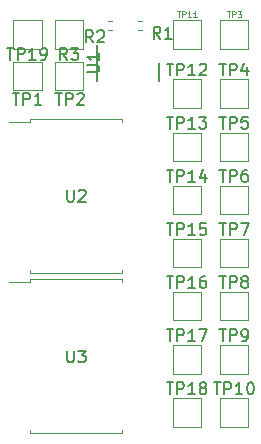
<source format=gbr>
G04 #@! TF.GenerationSoftware,KiCad,Pcbnew,(6.0.0-rc1-dev-1546-g786ee0e)*
G04 #@! TF.CreationDate,2021-05-18T14:48:32-07:00
G04 #@! TF.ProjectId,MuxBoard,4d757842-6f61-4726-942e-6b696361645f,rev?*
G04 #@! TF.SameCoordinates,Original*
G04 #@! TF.FileFunction,Legend,Top*
G04 #@! TF.FilePolarity,Positive*
%FSLAX46Y46*%
G04 Gerber Fmt 4.6, Leading zero omitted, Abs format (unit mm)*
G04 Created by KiCad (PCBNEW (6.0.0-rc1-dev-1546-g786ee0e)) date Tue 18 May 2021 02:48:32 PM PDT*
%MOMM*%
%LPD*%
G04 APERTURE LIST*
%ADD10C,0.120000*%
%ADD11C,0.150000*%
%ADD12C,0.100000*%
G04 APERTURE END LIST*
D10*
X130300000Y-52700000D02*
X130300000Y-50300000D01*
X132700000Y-52700000D02*
X130300000Y-52700000D01*
X132700000Y-50300000D02*
X132700000Y-52700000D01*
X130300000Y-50300000D02*
X132700000Y-50300000D01*
X143800000Y-84700000D02*
X143800000Y-82300000D01*
X146200000Y-84700000D02*
X143800000Y-84700000D01*
X146200000Y-82300000D02*
X146200000Y-84700000D01*
X143800000Y-82300000D02*
X146200000Y-82300000D01*
X143800000Y-80200000D02*
X143800000Y-77800000D01*
X146200000Y-80200000D02*
X143800000Y-80200000D01*
X146200000Y-77800000D02*
X146200000Y-80200000D01*
X143800000Y-77800000D02*
X146200000Y-77800000D01*
X143800000Y-75700000D02*
X143800000Y-73300000D01*
X146200000Y-75700000D02*
X143800000Y-75700000D01*
X146200000Y-73300000D02*
X146200000Y-75700000D01*
X143800000Y-73300000D02*
X146200000Y-73300000D01*
X143800000Y-71200000D02*
X143800000Y-68800000D01*
X146200000Y-71200000D02*
X143800000Y-71200000D01*
X146200000Y-68800000D02*
X146200000Y-71200000D01*
X143800000Y-68800000D02*
X146200000Y-68800000D01*
X143800000Y-66700000D02*
X143800000Y-64300000D01*
X146200000Y-66700000D02*
X143800000Y-66700000D01*
X146200000Y-64300000D02*
X146200000Y-66700000D01*
X143800000Y-64300000D02*
X146200000Y-64300000D01*
X143800000Y-62200000D02*
X143800000Y-59800000D01*
X146200000Y-62200000D02*
X143800000Y-62200000D01*
X146200000Y-59800000D02*
X146200000Y-62200000D01*
X143800000Y-59800000D02*
X146200000Y-59800000D01*
X143800000Y-57700000D02*
X143800000Y-55300000D01*
X146200000Y-57700000D02*
X143800000Y-57700000D01*
X146200000Y-55300000D02*
X146200000Y-57700000D01*
X143800000Y-55300000D02*
X146200000Y-55300000D01*
X143800000Y-52700000D02*
X143800000Y-50300000D01*
X146200000Y-52700000D02*
X143800000Y-52700000D01*
X146200000Y-50300000D02*
X146200000Y-52700000D01*
X143800000Y-50300000D02*
X146200000Y-50300000D01*
X147800000Y-84700000D02*
X147800000Y-82300000D01*
X150200000Y-84700000D02*
X147800000Y-84700000D01*
X150200000Y-82300000D02*
X150200000Y-84700000D01*
X147800000Y-82300000D02*
X150200000Y-82300000D01*
X147800000Y-80200000D02*
X147800000Y-77800000D01*
X150200000Y-80200000D02*
X147800000Y-80200000D01*
X150200000Y-77800000D02*
X150200000Y-80200000D01*
X147800000Y-77800000D02*
X150200000Y-77800000D01*
X147800000Y-75700000D02*
X147800000Y-73300000D01*
X150200000Y-75700000D02*
X147800000Y-75700000D01*
X150200000Y-73300000D02*
X150200000Y-75700000D01*
X147800000Y-73300000D02*
X150200000Y-73300000D01*
X147800000Y-71200000D02*
X147800000Y-68800000D01*
X150200000Y-71200000D02*
X147800000Y-71200000D01*
X150200000Y-68800000D02*
X150200000Y-71200000D01*
X147800000Y-68800000D02*
X150200000Y-68800000D01*
X147800000Y-66700000D02*
X147800000Y-64300000D01*
X150200000Y-66700000D02*
X147800000Y-66700000D01*
X150200000Y-64300000D02*
X150200000Y-66700000D01*
X147800000Y-64300000D02*
X150200000Y-64300000D01*
X147800000Y-62200000D02*
X147800000Y-59800000D01*
X150200000Y-62200000D02*
X147800000Y-62200000D01*
X150200000Y-59800000D02*
X150200000Y-62200000D01*
X147800000Y-59800000D02*
X150200000Y-59800000D01*
X147800000Y-57700000D02*
X147800000Y-55300000D01*
X150200000Y-57700000D02*
X147800000Y-57700000D01*
X150200000Y-55300000D02*
X150200000Y-57700000D01*
X147800000Y-55300000D02*
X150200000Y-55300000D01*
X147800000Y-52700000D02*
X147800000Y-50300000D01*
X150200000Y-52700000D02*
X147800000Y-52700000D01*
X150200000Y-50300000D02*
X150200000Y-52700000D01*
X147800000Y-50300000D02*
X150200000Y-50300000D01*
X133800000Y-56200000D02*
X133800000Y-53800000D01*
X136200000Y-56200000D02*
X133800000Y-56200000D01*
X136200000Y-53800000D02*
X136200000Y-56200000D01*
X133800000Y-53800000D02*
X136200000Y-53800000D01*
X130300000Y-56200000D02*
X130300000Y-53800000D01*
X132700000Y-56200000D02*
X130300000Y-56200000D01*
X132700000Y-53800000D02*
X132700000Y-56200000D01*
X130300000Y-53800000D02*
X132700000Y-53800000D01*
X133800000Y-52700000D02*
X133800000Y-50300000D01*
X136200000Y-52700000D02*
X133800000Y-52700000D01*
X136200000Y-50300000D02*
X136200000Y-52700000D01*
X133800000Y-50300000D02*
X136200000Y-50300000D01*
X138346359Y-51080000D02*
X138653641Y-51080000D01*
X138346359Y-50320000D02*
X138653641Y-50320000D01*
X140846359Y-51080000D02*
X141153641Y-51080000D01*
X140846359Y-50320000D02*
X141153641Y-50320000D01*
X131740000Y-72425000D02*
X129925000Y-72425000D01*
X131740000Y-72190000D02*
X131740000Y-72425000D01*
X135600000Y-72190000D02*
X131740000Y-72190000D01*
X139460000Y-72190000D02*
X139460000Y-72425000D01*
X135600000Y-72190000D02*
X139460000Y-72190000D01*
X131740000Y-85210000D02*
X131740000Y-84975000D01*
X135600000Y-85210000D02*
X131740000Y-85210000D01*
X139460000Y-85210000D02*
X139460000Y-84975000D01*
X135600000Y-85210000D02*
X139460000Y-85210000D01*
X131740000Y-58925000D02*
X129925000Y-58925000D01*
X131740000Y-58690000D02*
X131740000Y-58925000D01*
X135600000Y-58690000D02*
X131740000Y-58690000D01*
X139460000Y-58690000D02*
X139460000Y-58925000D01*
X135600000Y-58690000D02*
X139460000Y-58690000D01*
X131740000Y-71710000D02*
X131740000Y-71475000D01*
X135600000Y-71710000D02*
X131740000Y-71710000D01*
X139460000Y-71710000D02*
X139460000Y-71475000D01*
X135600000Y-71710000D02*
X139460000Y-71710000D01*
D11*
X142625000Y-53900000D02*
X142625000Y-55400000D01*
X137375000Y-52400000D02*
X137375000Y-55400000D01*
X129761904Y-52652380D02*
X130333333Y-52652380D01*
X130047619Y-53652380D02*
X130047619Y-52652380D01*
X130666666Y-53652380D02*
X130666666Y-52652380D01*
X131047619Y-52652380D01*
X131142857Y-52700000D01*
X131190476Y-52747619D01*
X131238095Y-52842857D01*
X131238095Y-52985714D01*
X131190476Y-53080952D01*
X131142857Y-53128571D01*
X131047619Y-53176190D01*
X130666666Y-53176190D01*
X132190476Y-53652380D02*
X131619047Y-53652380D01*
X131904761Y-53652380D02*
X131904761Y-52652380D01*
X131809523Y-52795238D01*
X131714285Y-52890476D01*
X131619047Y-52938095D01*
X132666666Y-53652380D02*
X132857142Y-53652380D01*
X132952380Y-53604761D01*
X133000000Y-53557142D01*
X133095238Y-53414285D01*
X133142857Y-53223809D01*
X133142857Y-52842857D01*
X133095238Y-52747619D01*
X133047619Y-52700000D01*
X132952380Y-52652380D01*
X132761904Y-52652380D01*
X132666666Y-52700000D01*
X132619047Y-52747619D01*
X132571428Y-52842857D01*
X132571428Y-53080952D01*
X132619047Y-53176190D01*
X132666666Y-53223809D01*
X132761904Y-53271428D01*
X132952380Y-53271428D01*
X133047619Y-53223809D01*
X133095238Y-53176190D01*
X133142857Y-53080952D01*
X143261904Y-80954380D02*
X143833333Y-80954380D01*
X143547619Y-81954380D02*
X143547619Y-80954380D01*
X144166666Y-81954380D02*
X144166666Y-80954380D01*
X144547619Y-80954380D01*
X144642857Y-81002000D01*
X144690476Y-81049619D01*
X144738095Y-81144857D01*
X144738095Y-81287714D01*
X144690476Y-81382952D01*
X144642857Y-81430571D01*
X144547619Y-81478190D01*
X144166666Y-81478190D01*
X145690476Y-81954380D02*
X145119047Y-81954380D01*
X145404761Y-81954380D02*
X145404761Y-80954380D01*
X145309523Y-81097238D01*
X145214285Y-81192476D01*
X145119047Y-81240095D01*
X146261904Y-81382952D02*
X146166666Y-81335333D01*
X146119047Y-81287714D01*
X146071428Y-81192476D01*
X146071428Y-81144857D01*
X146119047Y-81049619D01*
X146166666Y-81002000D01*
X146261904Y-80954380D01*
X146452380Y-80954380D01*
X146547619Y-81002000D01*
X146595238Y-81049619D01*
X146642857Y-81144857D01*
X146642857Y-81192476D01*
X146595238Y-81287714D01*
X146547619Y-81335333D01*
X146452380Y-81382952D01*
X146261904Y-81382952D01*
X146166666Y-81430571D01*
X146119047Y-81478190D01*
X146071428Y-81573428D01*
X146071428Y-81763904D01*
X146119047Y-81859142D01*
X146166666Y-81906761D01*
X146261904Y-81954380D01*
X146452380Y-81954380D01*
X146547619Y-81906761D01*
X146595238Y-81859142D01*
X146642857Y-81763904D01*
X146642857Y-81573428D01*
X146595238Y-81478190D01*
X146547619Y-81430571D01*
X146452380Y-81382952D01*
X143261904Y-76454380D02*
X143833333Y-76454380D01*
X143547619Y-77454380D02*
X143547619Y-76454380D01*
X144166666Y-77454380D02*
X144166666Y-76454380D01*
X144547619Y-76454380D01*
X144642857Y-76502000D01*
X144690476Y-76549619D01*
X144738095Y-76644857D01*
X144738095Y-76787714D01*
X144690476Y-76882952D01*
X144642857Y-76930571D01*
X144547619Y-76978190D01*
X144166666Y-76978190D01*
X145690476Y-77454380D02*
X145119047Y-77454380D01*
X145404761Y-77454380D02*
X145404761Y-76454380D01*
X145309523Y-76597238D01*
X145214285Y-76692476D01*
X145119047Y-76740095D01*
X146023809Y-76454380D02*
X146690476Y-76454380D01*
X146261904Y-77454380D01*
X143261904Y-71954380D02*
X143833333Y-71954380D01*
X143547619Y-72954380D02*
X143547619Y-71954380D01*
X144166666Y-72954380D02*
X144166666Y-71954380D01*
X144547619Y-71954380D01*
X144642857Y-72002000D01*
X144690476Y-72049619D01*
X144738095Y-72144857D01*
X144738095Y-72287714D01*
X144690476Y-72382952D01*
X144642857Y-72430571D01*
X144547619Y-72478190D01*
X144166666Y-72478190D01*
X145690476Y-72954380D02*
X145119047Y-72954380D01*
X145404761Y-72954380D02*
X145404761Y-71954380D01*
X145309523Y-72097238D01*
X145214285Y-72192476D01*
X145119047Y-72240095D01*
X146547619Y-71954380D02*
X146357142Y-71954380D01*
X146261904Y-72002000D01*
X146214285Y-72049619D01*
X146119047Y-72192476D01*
X146071428Y-72382952D01*
X146071428Y-72763904D01*
X146119047Y-72859142D01*
X146166666Y-72906761D01*
X146261904Y-72954380D01*
X146452380Y-72954380D01*
X146547619Y-72906761D01*
X146595238Y-72859142D01*
X146642857Y-72763904D01*
X146642857Y-72525809D01*
X146595238Y-72430571D01*
X146547619Y-72382952D01*
X146452380Y-72335333D01*
X146261904Y-72335333D01*
X146166666Y-72382952D01*
X146119047Y-72430571D01*
X146071428Y-72525809D01*
X143261904Y-67454380D02*
X143833333Y-67454380D01*
X143547619Y-68454380D02*
X143547619Y-67454380D01*
X144166666Y-68454380D02*
X144166666Y-67454380D01*
X144547619Y-67454380D01*
X144642857Y-67502000D01*
X144690476Y-67549619D01*
X144738095Y-67644857D01*
X144738095Y-67787714D01*
X144690476Y-67882952D01*
X144642857Y-67930571D01*
X144547619Y-67978190D01*
X144166666Y-67978190D01*
X145690476Y-68454380D02*
X145119047Y-68454380D01*
X145404761Y-68454380D02*
X145404761Y-67454380D01*
X145309523Y-67597238D01*
X145214285Y-67692476D01*
X145119047Y-67740095D01*
X146595238Y-67454380D02*
X146119047Y-67454380D01*
X146071428Y-67930571D01*
X146119047Y-67882952D01*
X146214285Y-67835333D01*
X146452380Y-67835333D01*
X146547619Y-67882952D01*
X146595238Y-67930571D01*
X146642857Y-68025809D01*
X146642857Y-68263904D01*
X146595238Y-68359142D01*
X146547619Y-68406761D01*
X146452380Y-68454380D01*
X146214285Y-68454380D01*
X146119047Y-68406761D01*
X146071428Y-68359142D01*
X143261904Y-62954380D02*
X143833333Y-62954380D01*
X143547619Y-63954380D02*
X143547619Y-62954380D01*
X144166666Y-63954380D02*
X144166666Y-62954380D01*
X144547619Y-62954380D01*
X144642857Y-63002000D01*
X144690476Y-63049619D01*
X144738095Y-63144857D01*
X144738095Y-63287714D01*
X144690476Y-63382952D01*
X144642857Y-63430571D01*
X144547619Y-63478190D01*
X144166666Y-63478190D01*
X145690476Y-63954380D02*
X145119047Y-63954380D01*
X145404761Y-63954380D02*
X145404761Y-62954380D01*
X145309523Y-63097238D01*
X145214285Y-63192476D01*
X145119047Y-63240095D01*
X146547619Y-63287714D02*
X146547619Y-63954380D01*
X146309523Y-62906761D02*
X146071428Y-63621047D01*
X146690476Y-63621047D01*
X143261904Y-58454380D02*
X143833333Y-58454380D01*
X143547619Y-59454380D02*
X143547619Y-58454380D01*
X144166666Y-59454380D02*
X144166666Y-58454380D01*
X144547619Y-58454380D01*
X144642857Y-58502000D01*
X144690476Y-58549619D01*
X144738095Y-58644857D01*
X144738095Y-58787714D01*
X144690476Y-58882952D01*
X144642857Y-58930571D01*
X144547619Y-58978190D01*
X144166666Y-58978190D01*
X145690476Y-59454380D02*
X145119047Y-59454380D01*
X145404761Y-59454380D02*
X145404761Y-58454380D01*
X145309523Y-58597238D01*
X145214285Y-58692476D01*
X145119047Y-58740095D01*
X146023809Y-58454380D02*
X146642857Y-58454380D01*
X146309523Y-58835333D01*
X146452380Y-58835333D01*
X146547619Y-58882952D01*
X146595238Y-58930571D01*
X146642857Y-59025809D01*
X146642857Y-59263904D01*
X146595238Y-59359142D01*
X146547619Y-59406761D01*
X146452380Y-59454380D01*
X146166666Y-59454380D01*
X146071428Y-59406761D01*
X146023809Y-59359142D01*
X143261904Y-53954380D02*
X143833333Y-53954380D01*
X143547619Y-54954380D02*
X143547619Y-53954380D01*
X144166666Y-54954380D02*
X144166666Y-53954380D01*
X144547619Y-53954380D01*
X144642857Y-54002000D01*
X144690476Y-54049619D01*
X144738095Y-54144857D01*
X144738095Y-54287714D01*
X144690476Y-54382952D01*
X144642857Y-54430571D01*
X144547619Y-54478190D01*
X144166666Y-54478190D01*
X145690476Y-54954380D02*
X145119047Y-54954380D01*
X145404761Y-54954380D02*
X145404761Y-53954380D01*
X145309523Y-54097238D01*
X145214285Y-54192476D01*
X145119047Y-54240095D01*
X146071428Y-54049619D02*
X146119047Y-54002000D01*
X146214285Y-53954380D01*
X146452380Y-53954380D01*
X146547619Y-54002000D01*
X146595238Y-54049619D01*
X146642857Y-54144857D01*
X146642857Y-54240095D01*
X146595238Y-54382952D01*
X146023809Y-54954380D01*
X146642857Y-54954380D01*
D12*
X144130952Y-49526190D02*
X144416666Y-49526190D01*
X144273809Y-50026190D02*
X144273809Y-49526190D01*
X144583333Y-50026190D02*
X144583333Y-49526190D01*
X144773809Y-49526190D01*
X144821428Y-49550000D01*
X144845238Y-49573809D01*
X144869047Y-49621428D01*
X144869047Y-49692857D01*
X144845238Y-49740476D01*
X144821428Y-49764285D01*
X144773809Y-49788095D01*
X144583333Y-49788095D01*
X145345238Y-50026190D02*
X145059523Y-50026190D01*
X145202380Y-50026190D02*
X145202380Y-49526190D01*
X145154761Y-49597619D01*
X145107142Y-49645238D01*
X145059523Y-49669047D01*
X145821428Y-50026190D02*
X145535714Y-50026190D01*
X145678571Y-50026190D02*
X145678571Y-49526190D01*
X145630952Y-49597619D01*
X145583333Y-49645238D01*
X145535714Y-49669047D01*
D11*
X147261904Y-80954380D02*
X147833333Y-80954380D01*
X147547619Y-81954380D02*
X147547619Y-80954380D01*
X148166666Y-81954380D02*
X148166666Y-80954380D01*
X148547619Y-80954380D01*
X148642857Y-81002000D01*
X148690476Y-81049619D01*
X148738095Y-81144857D01*
X148738095Y-81287714D01*
X148690476Y-81382952D01*
X148642857Y-81430571D01*
X148547619Y-81478190D01*
X148166666Y-81478190D01*
X149690476Y-81954380D02*
X149119047Y-81954380D01*
X149404761Y-81954380D02*
X149404761Y-80954380D01*
X149309523Y-81097238D01*
X149214285Y-81192476D01*
X149119047Y-81240095D01*
X150309523Y-80954380D02*
X150404761Y-80954380D01*
X150500000Y-81002000D01*
X150547619Y-81049619D01*
X150595238Y-81144857D01*
X150642857Y-81335333D01*
X150642857Y-81573428D01*
X150595238Y-81763904D01*
X150547619Y-81859142D01*
X150500000Y-81906761D01*
X150404761Y-81954380D01*
X150309523Y-81954380D01*
X150214285Y-81906761D01*
X150166666Y-81859142D01*
X150119047Y-81763904D01*
X150071428Y-81573428D01*
X150071428Y-81335333D01*
X150119047Y-81144857D01*
X150166666Y-81049619D01*
X150214285Y-81002000D01*
X150309523Y-80954380D01*
X147738095Y-76454380D02*
X148309523Y-76454380D01*
X148023809Y-77454380D02*
X148023809Y-76454380D01*
X148642857Y-77454380D02*
X148642857Y-76454380D01*
X149023809Y-76454380D01*
X149119047Y-76502000D01*
X149166666Y-76549619D01*
X149214285Y-76644857D01*
X149214285Y-76787714D01*
X149166666Y-76882952D01*
X149119047Y-76930571D01*
X149023809Y-76978190D01*
X148642857Y-76978190D01*
X149690476Y-77454380D02*
X149880952Y-77454380D01*
X149976190Y-77406761D01*
X150023809Y-77359142D01*
X150119047Y-77216285D01*
X150166666Y-77025809D01*
X150166666Y-76644857D01*
X150119047Y-76549619D01*
X150071428Y-76502000D01*
X149976190Y-76454380D01*
X149785714Y-76454380D01*
X149690476Y-76502000D01*
X149642857Y-76549619D01*
X149595238Y-76644857D01*
X149595238Y-76882952D01*
X149642857Y-76978190D01*
X149690476Y-77025809D01*
X149785714Y-77073428D01*
X149976190Y-77073428D01*
X150071428Y-77025809D01*
X150119047Y-76978190D01*
X150166666Y-76882952D01*
X147738095Y-71954380D02*
X148309523Y-71954380D01*
X148023809Y-72954380D02*
X148023809Y-71954380D01*
X148642857Y-72954380D02*
X148642857Y-71954380D01*
X149023809Y-71954380D01*
X149119047Y-72002000D01*
X149166666Y-72049619D01*
X149214285Y-72144857D01*
X149214285Y-72287714D01*
X149166666Y-72382952D01*
X149119047Y-72430571D01*
X149023809Y-72478190D01*
X148642857Y-72478190D01*
X149785714Y-72382952D02*
X149690476Y-72335333D01*
X149642857Y-72287714D01*
X149595238Y-72192476D01*
X149595238Y-72144857D01*
X149642857Y-72049619D01*
X149690476Y-72002000D01*
X149785714Y-71954380D01*
X149976190Y-71954380D01*
X150071428Y-72002000D01*
X150119047Y-72049619D01*
X150166666Y-72144857D01*
X150166666Y-72192476D01*
X150119047Y-72287714D01*
X150071428Y-72335333D01*
X149976190Y-72382952D01*
X149785714Y-72382952D01*
X149690476Y-72430571D01*
X149642857Y-72478190D01*
X149595238Y-72573428D01*
X149595238Y-72763904D01*
X149642857Y-72859142D01*
X149690476Y-72906761D01*
X149785714Y-72954380D01*
X149976190Y-72954380D01*
X150071428Y-72906761D01*
X150119047Y-72859142D01*
X150166666Y-72763904D01*
X150166666Y-72573428D01*
X150119047Y-72478190D01*
X150071428Y-72430571D01*
X149976190Y-72382952D01*
X147738095Y-67454380D02*
X148309523Y-67454380D01*
X148023809Y-68454380D02*
X148023809Y-67454380D01*
X148642857Y-68454380D02*
X148642857Y-67454380D01*
X149023809Y-67454380D01*
X149119047Y-67502000D01*
X149166666Y-67549619D01*
X149214285Y-67644857D01*
X149214285Y-67787714D01*
X149166666Y-67882952D01*
X149119047Y-67930571D01*
X149023809Y-67978190D01*
X148642857Y-67978190D01*
X149547619Y-67454380D02*
X150214285Y-67454380D01*
X149785714Y-68454380D01*
X147738095Y-62954380D02*
X148309523Y-62954380D01*
X148023809Y-63954380D02*
X148023809Y-62954380D01*
X148642857Y-63954380D02*
X148642857Y-62954380D01*
X149023809Y-62954380D01*
X149119047Y-63002000D01*
X149166666Y-63049619D01*
X149214285Y-63144857D01*
X149214285Y-63287714D01*
X149166666Y-63382952D01*
X149119047Y-63430571D01*
X149023809Y-63478190D01*
X148642857Y-63478190D01*
X150071428Y-62954380D02*
X149880952Y-62954380D01*
X149785714Y-63002000D01*
X149738095Y-63049619D01*
X149642857Y-63192476D01*
X149595238Y-63382952D01*
X149595238Y-63763904D01*
X149642857Y-63859142D01*
X149690476Y-63906761D01*
X149785714Y-63954380D01*
X149976190Y-63954380D01*
X150071428Y-63906761D01*
X150119047Y-63859142D01*
X150166666Y-63763904D01*
X150166666Y-63525809D01*
X150119047Y-63430571D01*
X150071428Y-63382952D01*
X149976190Y-63335333D01*
X149785714Y-63335333D01*
X149690476Y-63382952D01*
X149642857Y-63430571D01*
X149595238Y-63525809D01*
X147738095Y-58454380D02*
X148309523Y-58454380D01*
X148023809Y-59454380D02*
X148023809Y-58454380D01*
X148642857Y-59454380D02*
X148642857Y-58454380D01*
X149023809Y-58454380D01*
X149119047Y-58502000D01*
X149166666Y-58549619D01*
X149214285Y-58644857D01*
X149214285Y-58787714D01*
X149166666Y-58882952D01*
X149119047Y-58930571D01*
X149023809Y-58978190D01*
X148642857Y-58978190D01*
X150119047Y-58454380D02*
X149642857Y-58454380D01*
X149595238Y-58930571D01*
X149642857Y-58882952D01*
X149738095Y-58835333D01*
X149976190Y-58835333D01*
X150071428Y-58882952D01*
X150119047Y-58930571D01*
X150166666Y-59025809D01*
X150166666Y-59263904D01*
X150119047Y-59359142D01*
X150071428Y-59406761D01*
X149976190Y-59454380D01*
X149738095Y-59454380D01*
X149642857Y-59406761D01*
X149595238Y-59359142D01*
X147738095Y-53954380D02*
X148309523Y-53954380D01*
X148023809Y-54954380D02*
X148023809Y-53954380D01*
X148642857Y-54954380D02*
X148642857Y-53954380D01*
X149023809Y-53954380D01*
X149119047Y-54002000D01*
X149166666Y-54049619D01*
X149214285Y-54144857D01*
X149214285Y-54287714D01*
X149166666Y-54382952D01*
X149119047Y-54430571D01*
X149023809Y-54478190D01*
X148642857Y-54478190D01*
X150071428Y-54287714D02*
X150071428Y-54954380D01*
X149833333Y-53906761D02*
X149595238Y-54621047D01*
X150214285Y-54621047D01*
D12*
X148369047Y-49526190D02*
X148654761Y-49526190D01*
X148511904Y-50026190D02*
X148511904Y-49526190D01*
X148821428Y-50026190D02*
X148821428Y-49526190D01*
X149011904Y-49526190D01*
X149059523Y-49550000D01*
X149083333Y-49573809D01*
X149107142Y-49621428D01*
X149107142Y-49692857D01*
X149083333Y-49740476D01*
X149059523Y-49764285D01*
X149011904Y-49788095D01*
X148821428Y-49788095D01*
X149273809Y-49526190D02*
X149583333Y-49526190D01*
X149416666Y-49716666D01*
X149488095Y-49716666D01*
X149535714Y-49740476D01*
X149559523Y-49764285D01*
X149583333Y-49811904D01*
X149583333Y-49930952D01*
X149559523Y-49978571D01*
X149535714Y-50002380D01*
X149488095Y-50026190D01*
X149345238Y-50026190D01*
X149297619Y-50002380D01*
X149273809Y-49978571D01*
D11*
X133838095Y-56452380D02*
X134409523Y-56452380D01*
X134123809Y-57452380D02*
X134123809Y-56452380D01*
X134742857Y-57452380D02*
X134742857Y-56452380D01*
X135123809Y-56452380D01*
X135219047Y-56500000D01*
X135266666Y-56547619D01*
X135314285Y-56642857D01*
X135314285Y-56785714D01*
X135266666Y-56880952D01*
X135219047Y-56928571D01*
X135123809Y-56976190D01*
X134742857Y-56976190D01*
X135695238Y-56547619D02*
X135742857Y-56500000D01*
X135838095Y-56452380D01*
X136076190Y-56452380D01*
X136171428Y-56500000D01*
X136219047Y-56547619D01*
X136266666Y-56642857D01*
X136266666Y-56738095D01*
X136219047Y-56880952D01*
X135647619Y-57452380D01*
X136266666Y-57452380D01*
X130238095Y-56452380D02*
X130809523Y-56452380D01*
X130523809Y-57452380D02*
X130523809Y-56452380D01*
X131142857Y-57452380D02*
X131142857Y-56452380D01*
X131523809Y-56452380D01*
X131619047Y-56500000D01*
X131666666Y-56547619D01*
X131714285Y-56642857D01*
X131714285Y-56785714D01*
X131666666Y-56880952D01*
X131619047Y-56928571D01*
X131523809Y-56976190D01*
X131142857Y-56976190D01*
X132666666Y-57452380D02*
X132095238Y-57452380D01*
X132380952Y-57452380D02*
X132380952Y-56452380D01*
X132285714Y-56595238D01*
X132190476Y-56690476D01*
X132095238Y-56738095D01*
X134833333Y-53652380D02*
X134500000Y-53176190D01*
X134261904Y-53652380D02*
X134261904Y-52652380D01*
X134642857Y-52652380D01*
X134738095Y-52700000D01*
X134785714Y-52747619D01*
X134833333Y-52842857D01*
X134833333Y-52985714D01*
X134785714Y-53080952D01*
X134738095Y-53128571D01*
X134642857Y-53176190D01*
X134261904Y-53176190D01*
X135166666Y-52652380D02*
X135785714Y-52652380D01*
X135452380Y-53033333D01*
X135595238Y-53033333D01*
X135690476Y-53080952D01*
X135738095Y-53128571D01*
X135785714Y-53223809D01*
X135785714Y-53461904D01*
X135738095Y-53557142D01*
X135690476Y-53604761D01*
X135595238Y-53652380D01*
X135309523Y-53652380D01*
X135214285Y-53604761D01*
X135166666Y-53557142D01*
X137033333Y-52152380D02*
X136700000Y-51676190D01*
X136461904Y-52152380D02*
X136461904Y-51152380D01*
X136842857Y-51152380D01*
X136938095Y-51200000D01*
X136985714Y-51247619D01*
X137033333Y-51342857D01*
X137033333Y-51485714D01*
X136985714Y-51580952D01*
X136938095Y-51628571D01*
X136842857Y-51676190D01*
X136461904Y-51676190D01*
X137414285Y-51247619D02*
X137461904Y-51200000D01*
X137557142Y-51152380D01*
X137795238Y-51152380D01*
X137890476Y-51200000D01*
X137938095Y-51247619D01*
X137985714Y-51342857D01*
X137985714Y-51438095D01*
X137938095Y-51580952D01*
X137366666Y-52152380D01*
X137985714Y-52152380D01*
X142733333Y-51852380D02*
X142400000Y-51376190D01*
X142161904Y-51852380D02*
X142161904Y-50852380D01*
X142542857Y-50852380D01*
X142638095Y-50900000D01*
X142685714Y-50947619D01*
X142733333Y-51042857D01*
X142733333Y-51185714D01*
X142685714Y-51280952D01*
X142638095Y-51328571D01*
X142542857Y-51376190D01*
X142161904Y-51376190D01*
X143685714Y-51852380D02*
X143114285Y-51852380D01*
X143400000Y-51852380D02*
X143400000Y-50852380D01*
X143304761Y-50995238D01*
X143209523Y-51090476D01*
X143114285Y-51138095D01*
X134838095Y-78252380D02*
X134838095Y-79061904D01*
X134885714Y-79157142D01*
X134933333Y-79204761D01*
X135028571Y-79252380D01*
X135219047Y-79252380D01*
X135314285Y-79204761D01*
X135361904Y-79157142D01*
X135409523Y-79061904D01*
X135409523Y-78252380D01*
X135790476Y-78252380D02*
X136409523Y-78252380D01*
X136076190Y-78633333D01*
X136219047Y-78633333D01*
X136314285Y-78680952D01*
X136361904Y-78728571D01*
X136409523Y-78823809D01*
X136409523Y-79061904D01*
X136361904Y-79157142D01*
X136314285Y-79204761D01*
X136219047Y-79252380D01*
X135933333Y-79252380D01*
X135838095Y-79204761D01*
X135790476Y-79157142D01*
X134838095Y-64652380D02*
X134838095Y-65461904D01*
X134885714Y-65557142D01*
X134933333Y-65604761D01*
X135028571Y-65652380D01*
X135219047Y-65652380D01*
X135314285Y-65604761D01*
X135361904Y-65557142D01*
X135409523Y-65461904D01*
X135409523Y-64652380D01*
X135838095Y-64747619D02*
X135885714Y-64700000D01*
X135980952Y-64652380D01*
X136219047Y-64652380D01*
X136314285Y-64700000D01*
X136361904Y-64747619D01*
X136409523Y-64842857D01*
X136409523Y-64938095D01*
X136361904Y-65080952D01*
X135790476Y-65652380D01*
X136409523Y-65652380D01*
X136552380Y-54661904D02*
X137361904Y-54661904D01*
X137457142Y-54614285D01*
X137504761Y-54566666D01*
X137552380Y-54471428D01*
X137552380Y-54280952D01*
X137504761Y-54185714D01*
X137457142Y-54138095D01*
X137361904Y-54090476D01*
X136552380Y-54090476D01*
X137552380Y-53090476D02*
X137552380Y-53661904D01*
X137552380Y-53376190D02*
X136552380Y-53376190D01*
X136695238Y-53471428D01*
X136790476Y-53566666D01*
X136838095Y-53661904D01*
M02*

</source>
